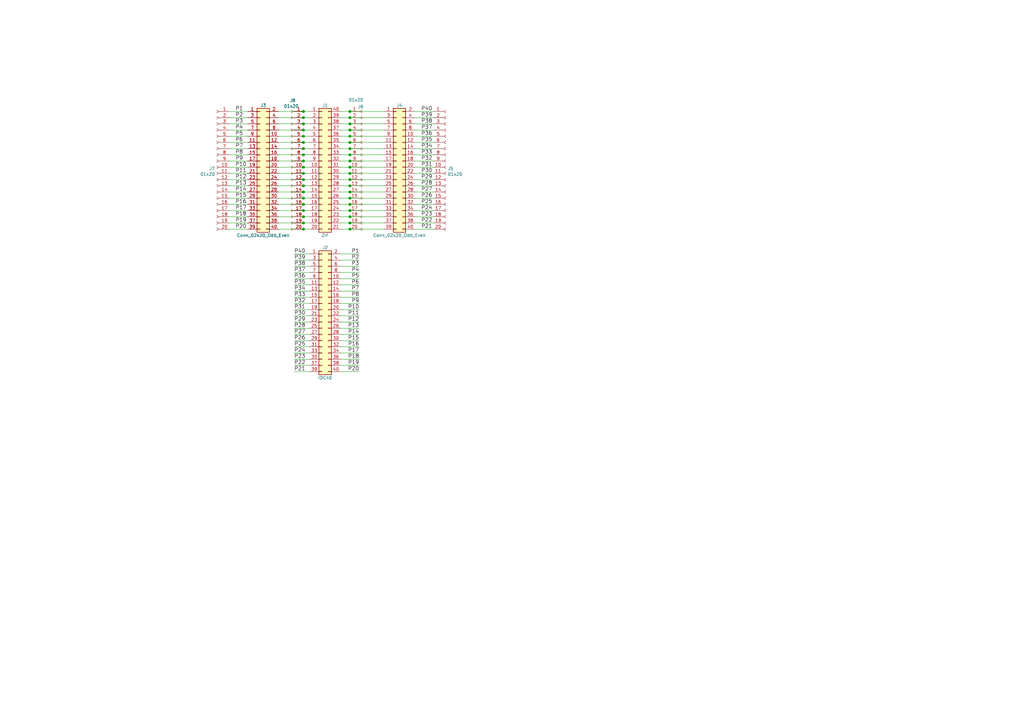
<source format=kicad_sch>
(kicad_sch (version 20210621) (generator eeschema)
  (paper "A3")
  (title_block (title "Dipext_sock") (date "2021-08-28") (rev "R3"))
  (lib_symbols
    (symbol "Connector:Conn_01x20_Female" (pin_names (offset 1.016) hide)
      (property "Reference" "J" (at 0 25.4 0))
      (property "Value" "Conn_01x20_Female" (at 0 -27.94 0))
      (symbol "Conn_01x20_Female_1_1"
        (arc (start 0 -24.892) (end 0 -25.908) (radius (at 0 -25.4) (length 0.508) (angles 90.1 -90.1)) (stroke (width 0.1524)))
        (arc (start 0 -22.352) (end 0 -23.368) (radius (at 0 -22.86) (length 0.508) (angles 90.1 -90.1)) (stroke (width 0.1524)))
        (arc (start 0 -19.812) (end 0 -20.828) (radius (at 0 -20.32) (length 0.508) (angles 90.1 -90.1)) (stroke (width 0.1524)))
        (arc (start 0 -17.272) (end 0 -18.288) (radius (at 0 -17.78) (length 0.508) (angles 90.1 -90.1)) (stroke (width 0.1524)))
        (arc (start 0 -14.732) (end 0 -15.748) (radius (at 0 -15.24) (length 0.508) (angles 90.1 -90.1)) (stroke (width 0.1524)))
        (arc (start 0 -12.192) (end 0 -13.208) (radius (at 0 -12.7) (length 0.508) (angles 90.1 -90.1)) (stroke (width 0.1524)))
        (arc (start 0 -9.652) (end 0 -10.668) (radius (at 0 -10.16) (length 0.508) (angles 90.1 -90.1)) (stroke (width 0.1524)))
        (arc (start 0 -7.112) (end 0 -8.128) (radius (at 0 -7.62) (length 0.508) (angles 90.1 -90.1)) (stroke (width 0.1524)))
        (arc (start 0 -4.572) (end 0 -5.588) (radius (at 0 -5.08) (length 0.508) (angles 90.1 -90.1)) (stroke (width 0.1524)))
        (arc (start 0 -2.032) (end 0 -3.048) (radius (at 0 -2.54) (length 0.508) (angles 90.1 -90.1)) (stroke (width 0.1524)))
        (arc (start 0 0.508) (end 0 -0.508) (radius (at 0 0) (length 0.508) (angles 90.1 -90.1)) (stroke (width 0.1524)))
        (arc (start 0 3.048) (end 0 2.032) (radius (at 0 2.54) (length 0.508) (angles 90.1 -90.1)) (stroke (width 0.1524)))
        (arc (start 0 5.588) (end 0 4.572) (radius (at 0 5.08) (length 0.508) (angles 90.1 -90.1)) (stroke (width 0.1524)))
        (arc (start 0 8.128) (end 0 7.112) (radius (at 0 7.62) (length 0.508) (angles 90.1 -90.1)) (stroke (width 0.1524)))
        (arc (start 0 10.668) (end 0 9.652) (radius (at 0 10.16) (length 0.508) (angles 90.1 -90.1)) (stroke (width 0.1524)))
        (arc (start 0 13.208) (end 0 12.192) (radius (at 0 12.7) (length 0.508) (angles 90.1 -90.1)) (stroke (width 0.1524)))
        (arc (start 0 15.748) (end 0 14.732) (radius (at 0 15.24) (length 0.508) (angles 90.1 -90.1)) (stroke (width 0.1524)))
        (arc (start 0 18.288) (end 0 17.272) (radius (at 0 17.78) (length 0.508) (angles 90.1 -90.1)) (stroke (width 0.1524)))
        (arc (start 0 20.828) (end 0 19.812) (radius (at 0 20.32) (length 0.508) (angles 90.1 -90.1)) (stroke (width 0.1524)))
        (arc (start 0 23.368) (end 0 22.352) (radius (at 0 22.86) (length 0.508) (angles 90.1 -90.1)) (stroke (width 0.1524)))
        (polyline (pts (xy -1.27 -25.4) (xy -0.508 -25.4)) (stroke (width 0.1524)))
        (polyline (pts (xy -1.27 -22.86) (xy -0.508 -22.86)) (stroke (width 0.1524)))
        (polyline (pts (xy -1.27 -20.32) (xy -0.508 -20.32)) (stroke (width 0.1524)))
        (polyline (pts (xy -1.27 -17.78) (xy -0.508 -17.78)) (stroke (width 0.1524)))
        (polyline (pts (xy -1.27 -15.24) (xy -0.508 -15.24)) (stroke (width 0.1524)))
        (polyline (pts (xy -1.27 -12.7) (xy -0.508 -12.7)) (stroke (width 0.1524)))
        (polyline (pts (xy -1.27 -10.16) (xy -0.508 -10.16)) (stroke (width 0.1524)))
        (polyline (pts (xy -1.27 -7.62) (xy -0.508 -7.62)) (stroke (width 0.1524)))
        (polyline (pts (xy -1.27 -5.08) (xy -0.508 -5.08)) (stroke (width 0.1524)))
        (polyline (pts (xy -1.27 -2.54) (xy -0.508 -2.54)) (stroke (width 0.1524)))
        (polyline (pts (xy -1.27 0) (xy -0.508 0)) (stroke (width 0.1524)))
        (polyline (pts (xy -1.27 2.54) (xy -0.508 2.54)) (stroke (width 0.1524)))
        (polyline (pts (xy -1.27 5.08) (xy -0.508 5.08)) (stroke (width 0.1524)))
        (polyline (pts (xy -1.27 7.62) (xy -0.508 7.62)) (stroke (width 0.1524)))
        (polyline (pts (xy -1.27 10.16) (xy -0.508 10.16)) (stroke (width 0.1524)))
        (polyline (pts (xy -1.27 12.7) (xy -0.508 12.7)) (stroke (width 0.1524)))
        (polyline (pts (xy -1.27 15.24) (xy -0.508 15.24)) (stroke (width 0.1524)))
        (polyline (pts (xy -1.27 17.78) (xy -0.508 17.78)) (stroke (width 0.1524)))
        (polyline (pts (xy -1.27 20.32) (xy -0.508 20.32)) (stroke (width 0.1524)))
        (polyline (pts (xy -1.27 22.86) (xy -0.508 22.86)) (stroke (width 0.1524)))
        (pin passive line (at -5.08 22.86 0) (length 3.81) (name "Pin_1") (number "1"))
        (pin passive line (at -5.08 0 0) (length 3.81) (name "Pin_10") (number "10"))
        (pin passive line (at -5.08 -2.54 0) (length 3.81) (name "Pin_11") (number "11"))
        (pin passive line (at -5.08 -5.08 0) (length 3.81) (name "Pin_12") (number "12"))
        (pin passive line (at -5.08 -7.62 0) (length 3.81) (name "Pin_13") (number "13"))
        (pin passive line (at -5.08 -10.16 0) (length 3.81) (name "Pin_14") (number "14"))
        (pin passive line (at -5.08 -12.7 0) (length 3.81) (name "Pin_15") (number "15"))
        (pin passive line (at -5.08 -15.24 0) (length 3.81) (name "Pin_16") (number "16"))
        (pin passive line (at -5.08 -17.78 0) (length 3.81) (name "Pin_17") (number "17"))
        (pin passive line (at -5.08 -20.32 0) (length 3.81) (name "Pin_18") (number "18"))
        (pin passive line (at -5.08 -22.86 0) (length 3.81) (name "Pin_19") (number "19"))
        (pin passive line (at -5.08 20.32 0) (length 3.81) (name "Pin_2") (number "2"))
        (pin passive line (at -5.08 -25.4 0) (length 3.81) (name "Pin_20") (number "20"))
        (pin passive line (at -5.08 17.78 0) (length 3.81) (name "Pin_3") (number "3"))
        (pin passive line (at -5.08 15.24 0) (length 3.81) (name "Pin_4") (number "4"))
        (pin passive line (at -5.08 12.7 0) (length 3.81) (name "Pin_5") (number "5"))
        (pin passive line (at -5.08 10.16 0) (length 3.81) (name "Pin_6") (number "6"))
        (pin passive line (at -5.08 7.62 0) (length 3.81) (name "Pin_7") (number "7"))
        (pin passive line (at -5.08 5.08 0) (length 3.81) (name "Pin_8") (number "8"))
        (pin passive line (at -5.08 2.54 0) (length 3.81) (name "Pin_9") (number "9"))
      )
    )
    (symbol "dipext-pin_r4-rescue:Conn_02x20_Counter_Clockwise" (pin_names (offset 1.016) hide)
      (property "Reference" "J" (at 1.27 25.4 0))
      (property "Value" "Conn_02x20_Counter_Clockwise" (at 1.27 -27.94 0))
      (symbol "Conn_02x20_Counter_Clockwise_1_1"
        (rectangle (start -1.27 -25.273) (end 0 -25.527) (stroke (width 0.1524)))
        (rectangle (start -1.27 -22.733) (end 0 -22.987) (stroke (width 0.1524)))
        (rectangle (start -1.27 -20.193) (end 0 -20.447) (stroke (width 0.1524)))
        (rectangle (start -1.27 -17.653) (end 0 -17.907) (stroke (width 0.1524)))
        (rectangle (start -1.27 -15.113) (end 0 -15.367) (stroke (width 0.1524)))
        (rectangle (start -1.27 -12.573) (end 0 -12.827) (stroke (width 0.1524)))
        (rectangle (start -1.27 -10.033) (end 0 -10.287) (stroke (width 0.1524)))
        (rectangle (start -1.27 -7.493) (end 0 -7.747) (stroke (width 0.1524)))
        (rectangle (start -1.27 -4.953) (end 0 -5.207) (stroke (width 0.1524)))
        (rectangle (start -1.27 -2.413) (end 0 -2.667) (stroke (width 0.1524)))
        (rectangle (start -1.27 0.127) (end 0 -0.127) (stroke (width 0.1524)))
        (rectangle (start -1.27 2.667) (end 0 2.413) (stroke (width 0.1524)))
        (rectangle (start -1.27 5.207) (end 0 4.953) (stroke (width 0.1524)))
        (rectangle (start -1.27 7.747) (end 0 7.493) (stroke (width 0.1524)))
        (rectangle (start -1.27 10.287) (end 0 10.033) (stroke (width 0.1524)))
        (rectangle (start -1.27 12.827) (end 0 12.573) (stroke (width 0.1524)))
        (rectangle (start -1.27 15.367) (end 0 15.113) (stroke (width 0.1524)))
        (rectangle (start -1.27 17.907) (end 0 17.653) (stroke (width 0.1524)))
        (rectangle (start -1.27 20.447) (end 0 20.193) (stroke (width 0.1524)))
        (rectangle (start -1.27 22.987) (end 0 22.733) (stroke (width 0.1524)))
        (rectangle (start 3.81 -25.273) (end 2.54 -25.527) (stroke (width 0.1524)))
        (rectangle (start 3.81 -22.733) (end 2.54 -22.987) (stroke (width 0.1524)))
        (rectangle (start 3.81 -20.193) (end 2.54 -20.447) (stroke (width 0.1524)))
        (rectangle (start 3.81 -17.653) (end 2.54 -17.907) (stroke (width 0.1524)))
        (rectangle (start 3.81 -15.113) (end 2.54 -15.367) (stroke (width 0.1524)))
        (rectangle (start 3.81 -12.573) (end 2.54 -12.827) (stroke (width 0.1524)))
        (rectangle (start 3.81 -10.033) (end 2.54 -10.287) (stroke (width 0.1524)))
        (rectangle (start 3.81 -7.493) (end 2.54 -7.747) (stroke (width 0.1524)))
        (rectangle (start 3.81 -4.953) (end 2.54 -5.207) (stroke (width 0.1524)))
        (rectangle (start 3.81 -2.413) (end 2.54 -2.667) (stroke (width 0.1524)))
        (rectangle (start 3.81 0.127) (end 2.54 -0.127) (stroke (width 0.1524)))
        (rectangle (start 3.81 2.667) (end 2.54 2.413) (stroke (width 0.1524)))
        (rectangle (start 3.81 5.207) (end 2.54 4.953) (stroke (width 0.1524)))
        (rectangle (start 3.81 7.747) (end 2.54 7.493) (stroke (width 0.1524)))
        (rectangle (start 3.81 10.287) (end 2.54 10.033) (stroke (width 0.1524)))
        (rectangle (start 3.81 12.827) (end 2.54 12.573) (stroke (width 0.1524)))
        (rectangle (start 3.81 15.367) (end 2.54 15.113) (stroke (width 0.1524)))
        (rectangle (start 3.81 17.907) (end 2.54 17.653) (stroke (width 0.1524)))
        (rectangle (start 3.81 20.447) (end 2.54 20.193) (stroke (width 0.1524)))
        (rectangle (start 3.81 22.987) (end 2.54 22.733) (stroke (width 0.1524)))
        (rectangle (start -1.27 24.13) (end 3.81 -26.67) (stroke (width 0.254)) (fill (type background)))
        (pin passive line (at -5.08 22.86 0) (length 3.81) (name "Pin_1") (number "1"))
        (pin passive line (at -5.08 0 0) (length 3.81) (name "Pin_10") (number "10"))
        (pin passive line (at -5.08 -2.54 0) (length 3.81) (name "Pin_11") (number "11"))
        (pin passive line (at -5.08 -5.08 0) (length 3.81) (name "Pin_12") (number "12"))
        (pin passive line (at -5.08 -7.62 0) (length 3.81) (name "Pin_13") (number "13"))
        (pin passive line (at -5.08 -10.16 0) (length 3.81) (name "Pin_14") (number "14"))
        (pin passive line (at -5.08 -12.7 0) (length 3.81) (name "Pin_15") (number "15"))
        (pin passive line (at -5.08 -15.24 0) (length 3.81) (name "Pin_16") (number "16"))
        (pin passive line (at -5.08 -17.78 0) (length 3.81) (name "Pin_17") (number "17"))
        (pin passive line (at -5.08 -20.32 0) (length 3.81) (name "Pin_18") (number "18"))
        (pin passive line (at -5.08 -22.86 0) (length 3.81) (name "Pin_19") (number "19"))
        (pin passive line (at -5.08 20.32 0) (length 3.81) (name "Pin_2") (number "2"))
        (pin passive line (at -5.08 -25.4 0) (length 3.81) (name "Pin_20") (number "20"))
        (pin passive line (at 7.62 -25.4 180) (length 3.81) (name "Pin_21") (number "21"))
        (pin passive line (at 7.62 -22.86 180) (length 3.81) (name "Pin_22") (number "22"))
        (pin passive line (at 7.62 -20.32 180) (length 3.81) (name "Pin_23") (number "23"))
        (pin passive line (at 7.62 -17.78 180) (length 3.81) (name "Pin_24") (number "24"))
        (pin passive line (at 7.62 -15.24 180) (length 3.81) (name "Pin_25") (number "25"))
        (pin passive line (at 7.62 -12.7 180) (length 3.81) (name "Pin_26") (number "26"))
        (pin passive line (at 7.62 -10.16 180) (length 3.81) (name "Pin_27") (number "27"))
        (pin passive line (at 7.62 -7.62 180) (length 3.81) (name "Pin_28") (number "28"))
        (pin passive line (at 7.62 -5.08 180) (length 3.81) (name "Pin_29") (number "29"))
        (pin passive line (at -5.08 17.78 0) (length 3.81) (name "Pin_3") (number "3"))
        (pin passive line (at 7.62 -2.54 180) (length 3.81) (name "Pin_30") (number "30"))
        (pin passive line (at 7.62 0 180) (length 3.81) (name "Pin_31") (number "31"))
        (pin passive line (at 7.62 2.54 180) (length 3.81) (name "Pin_32") (number "32"))
        (pin passive line (at 7.62 5.08 180) (length 3.81) (name "Pin_33") (number "33"))
        (pin passive line (at 7.62 7.62 180) (length 3.81) (name "Pin_34") (number "34"))
        (pin passive line (at 7.62 10.16 180) (length 3.81) (name "Pin_35") (number "35"))
        (pin passive line (at 7.62 12.7 180) (length 3.81) (name "Pin_36") (number "36"))
        (pin passive line (at 7.62 15.24 180) (length 3.81) (name "Pin_37") (number "37"))
        (pin passive line (at 7.62 17.78 180) (length 3.81) (name "Pin_38") (number "38"))
        (pin passive line (at 7.62 20.32 180) (length 3.81) (name "Pin_39") (number "39"))
        (pin passive line (at -5.08 15.24 0) (length 3.81) (name "Pin_4") (number "4"))
        (pin passive line (at 7.62 22.86 180) (length 3.81) (name "Pin_40") (number "40"))
        (pin passive line (at -5.08 12.7 0) (length 3.81) (name "Pin_5") (number "5"))
        (pin passive line (at -5.08 10.16 0) (length 3.81) (name "Pin_6") (number "6"))
        (pin passive line (at -5.08 7.62 0) (length 3.81) (name "Pin_7") (number "7"))
        (pin passive line (at -5.08 5.08 0) (length 3.81) (name "Pin_8") (number "8"))
        (pin passive line (at -5.08 2.54 0) (length 3.81) (name "Pin_9") (number "9"))
      )
    )
    (symbol "dipext-pin_r4-rescue:Conn_02x20_Odd_Even" (pin_names (offset 1.016) hide)
      (property "Reference" "J" (at 1.27 25.4 0))
      (property "Value" "Conn_02x20_Odd_Even" (at 1.27 -27.94 0))
      (symbol "Conn_02x20_Odd_Even_1_1"
        (rectangle (start -1.27 -25.273) (end 0 -25.527) (stroke (width 0.1524)))
        (rectangle (start -1.27 -22.733) (end 0 -22.987) (stroke (width 0.1524)))
        (rectangle (start -1.27 -20.193) (end 0 -20.447) (stroke (width 0.1524)))
        (rectangle (start -1.27 -17.653) (end 0 -17.907) (stroke (width 0.1524)))
        (rectangle (start -1.27 -15.113) (end 0 -15.367) (stroke (width 0.1524)))
        (rectangle (start -1.27 -12.573) (end 0 -12.827) (stroke (width 0.1524)))
        (rectangle (start -1.27 -10.033) (end 0 -10.287) (stroke (width 0.1524)))
        (rectangle (start -1.27 -7.493) (end 0 -7.747) (stroke (width 0.1524)))
        (rectangle (start -1.27 -4.953) (end 0 -5.207) (stroke (width 0.1524)))
        (rectangle (start -1.27 -2.413) (end 0 -2.667) (stroke (width 0.1524)))
        (rectangle (start -1.27 0.127) (end 0 -0.127) (stroke (width 0.1524)))
        (rectangle (start -1.27 2.667) (end 0 2.413) (stroke (width 0.1524)))
        (rectangle (start -1.27 5.207) (end 0 4.953) (stroke (width 0.1524)))
        (rectangle (start -1.27 7.747) (end 0 7.493) (stroke (width 0.1524)))
        (rectangle (start -1.27 10.287) (end 0 10.033) (stroke (width 0.1524)))
        (rectangle (start -1.27 12.827) (end 0 12.573) (stroke (width 0.1524)))
        (rectangle (start -1.27 15.367) (end 0 15.113) (stroke (width 0.1524)))
        (rectangle (start -1.27 17.907) (end 0 17.653) (stroke (width 0.1524)))
        (rectangle (start -1.27 20.447) (end 0 20.193) (stroke (width 0.1524)))
        (rectangle (start -1.27 22.987) (end 0 22.733) (stroke (width 0.1524)))
        (rectangle (start 3.81 -25.273) (end 2.54 -25.527) (stroke (width 0.1524)))
        (rectangle (start 3.81 -22.733) (end 2.54 -22.987) (stroke (width 0.1524)))
        (rectangle (start 3.81 -20.193) (end 2.54 -20.447) (stroke (width 0.1524)))
        (rectangle (start 3.81 -17.653) (end 2.54 -17.907) (stroke (width 0.1524)))
        (rectangle (start 3.81 -15.113) (end 2.54 -15.367) (stroke (width 0.1524)))
        (rectangle (start 3.81 -12.573) (end 2.54 -12.827) (stroke (width 0.1524)))
        (rectangle (start 3.81 -10.033) (end 2.54 -10.287) (stroke (width 0.1524)))
        (rectangle (start 3.81 -7.493) (end 2.54 -7.747) (stroke (width 0.1524)))
        (rectangle (start 3.81 -4.953) (end 2.54 -5.207) (stroke (width 0.1524)))
        (rectangle (start 3.81 -2.413) (end 2.54 -2.667) (stroke (width 0.1524)))
        (rectangle (start 3.81 0.127) (end 2.54 -0.127) (stroke (width 0.1524)))
        (rectangle (start 3.81 2.667) (end 2.54 2.413) (stroke (width 0.1524)))
        (rectangle (start 3.81 5.207) (end 2.54 4.953) (stroke (width 0.1524)))
        (rectangle (start 3.81 7.747) (end 2.54 7.493) (stroke (width 0.1524)))
        (rectangle (start 3.81 10.287) (end 2.54 10.033) (stroke (width 0.1524)))
        (rectangle (start 3.81 12.827) (end 2.54 12.573) (stroke (width 0.1524)))
        (rectangle (start 3.81 15.367) (end 2.54 15.113) (stroke (width 0.1524)))
        (rectangle (start 3.81 17.907) (end 2.54 17.653) (stroke (width 0.1524)))
        (rectangle (start 3.81 20.447) (end 2.54 20.193) (stroke (width 0.1524)))
        (rectangle (start 3.81 22.987) (end 2.54 22.733) (stroke (width 0.1524)))
        (rectangle (start -1.27 24.13) (end 3.81 -26.67) (stroke (width 0.254)) (fill (type background)))
        (pin passive line (at -5.08 22.86 0) (length 3.81) (name "Pin_1") (number "1"))
        (pin passive line (at 7.62 12.7 180) (length 3.81) (name "Pin_10") (number "10"))
        (pin passive line (at -5.08 10.16 0) (length 3.81) (name "Pin_11") (number "11"))
        (pin passive line (at 7.62 10.16 180) (length 3.81) (name "Pin_12") (number "12"))
        (pin passive line (at -5.08 7.62 0) (length 3.81) (name "Pin_13") (number "13"))
        (pin passive line (at 7.62 7.62 180) (length 3.81) (name "Pin_14") (number "14"))
        (pin passive line (at -5.08 5.08 0) (length 3.81) (name "Pin_15") (number "15"))
        (pin passive line (at 7.62 5.08 180) (length 3.81) (name "Pin_16") (number "16"))
        (pin passive line (at -5.08 2.54 0) (length 3.81) (name "Pin_17") (number "17"))
        (pin passive line (at 7.62 2.54 180) (length 3.81) (name "Pin_18") (number "18"))
        (pin passive line (at -5.08 0 0) (length 3.81) (name "Pin_19") (number "19"))
        (pin passive line (at 7.62 22.86 180) (length 3.81) (name "Pin_2") (number "2"))
        (pin passive line (at 7.62 0 180) (length 3.81) (name "Pin_20") (number "20"))
        (pin passive line (at -5.08 -2.54 0) (length 3.81) (name "Pin_21") (number "21"))
        (pin passive line (at 7.62 -2.54 180) (length 3.81) (name "Pin_22") (number "22"))
        (pin passive line (at -5.08 -5.08 0) (length 3.81) (name "Pin_23") (number "23"))
        (pin passive line (at 7.62 -5.08 180) (length 3.81) (name "Pin_24") (number "24"))
        (pin passive line (at -5.08 -7.62 0) (length 3.81) (name "Pin_25") (number "25"))
        (pin passive line (at 7.62 -7.62 180) (length 3.81) (name "Pin_26") (number "26"))
        (pin passive line (at -5.08 -10.16 0) (length 3.81) (name "Pin_27") (number "27"))
        (pin passive line (at 7.62 -10.16 180) (length 3.81) (name "Pin_28") (number "28"))
        (pin passive line (at -5.08 -12.7 0) (length 3.81) (name "Pin_29") (number "29"))
        (pin passive line (at -5.08 20.32 0) (length 3.81) (name "Pin_3") (number "3"))
        (pin passive line (at 7.62 -12.7 180) (length 3.81) (name "Pin_30") (number "30"))
        (pin passive line (at -5.08 -15.24 0) (length 3.81) (name "Pin_31") (number "31"))
        (pin passive line (at 7.62 -15.24 180) (length 3.81) (name "Pin_32") (number "32"))
        (pin passive line (at -5.08 -17.78 0) (length 3.81) (name "Pin_33") (number "33"))
        (pin passive line (at 7.62 -17.78 180) (length 3.81) (name "Pin_34") (number "34"))
        (pin passive line (at -5.08 -20.32 0) (length 3.81) (name "Pin_35") (number "35"))
        (pin passive line (at 7.62 -20.32 180) (length 3.81) (name "Pin_36") (number "36"))
        (pin passive line (at -5.08 -22.86 0) (length 3.81) (name "Pin_37") (number "37"))
        (pin passive line (at 7.62 -22.86 180) (length 3.81) (name "Pin_38") (number "38"))
        (pin passive line (at -5.08 -25.4 0) (length 3.81) (name "Pin_39") (number "39"))
        (pin passive line (at 7.62 20.32 180) (length 3.81) (name "Pin_4") (number "4"))
        (pin passive line (at 7.62 -25.4 180) (length 3.81) (name "Pin_40") (number "40"))
        (pin passive line (at -5.08 17.78 0) (length 3.81) (name "Pin_5") (number "5"))
        (pin passive line (at 7.62 17.78 180) (length 3.81) (name "Pin_6") (number "6"))
        (pin passive line (at -5.08 15.24 0) (length 3.81) (name "Pin_7") (number "7"))
        (pin passive line (at 7.62 15.24 180) (length 3.81) (name "Pin_8") (number "8"))
        (pin passive line (at -5.08 12.7 0) (length 3.81) (name "Pin_9") (number "9"))
      )
    )
  )
  (junction (at 124.46 45.72) (diameter 1.016))
  (junction (at 124.46 48.26) (diameter 1.016))
  (junction (at 124.46 50.8) (diameter 1.016))
  (junction (at 124.46 53.34) (diameter 1.016))
  (junction (at 124.46 55.88) (diameter 1.016))
  (junction (at 124.46 58.42) (diameter 1.016))
  (junction (at 124.46 60.96) (diameter 1.016))
  (junction (at 124.46 63.5) (diameter 1.016))
  (junction (at 124.46 66.04) (diameter 1.016))
  (junction (at 124.46 68.58) (diameter 1.016))
  (junction (at 124.46 71.12) (diameter 1.016))
  (junction (at 124.46 73.66) (diameter 1.016))
  (junction (at 124.46 76.2) (diameter 1.016))
  (junction (at 124.46 78.74) (diameter 1.016))
  (junction (at 124.46 81.28) (diameter 1.016))
  (junction (at 124.46 83.82) (diameter 1.016))
  (junction (at 124.46 86.36) (diameter 1.016))
  (junction (at 124.46 88.9) (diameter 1.016))
  (junction (at 124.46 91.44) (diameter 1.016))
  (junction (at 124.46 93.98) (diameter 1.016))
  (junction (at 143.51 45.72) (diameter 1.016))
  (junction (at 143.51 48.26) (diameter 1.016))
  (junction (at 143.51 50.8) (diameter 1.016))
  (junction (at 143.51 53.34) (diameter 1.016))
  (junction (at 143.51 55.88) (diameter 1.016))
  (junction (at 143.51 58.42) (diameter 1.016))
  (junction (at 143.51 60.96) (diameter 1.016))
  (junction (at 143.51 63.5) (diameter 1.016))
  (junction (at 143.51 66.04) (diameter 1.016))
  (junction (at 143.51 68.58) (diameter 1.016))
  (junction (at 143.51 71.12) (diameter 1.016))
  (junction (at 143.51 73.66) (diameter 1.016))
  (junction (at 143.51 76.2) (diameter 1.016))
  (junction (at 143.51 78.74) (diameter 1.016))
  (junction (at 143.51 81.28) (diameter 1.016))
  (junction (at 143.51 83.82) (diameter 1.016))
  (junction (at 143.51 86.36) (diameter 1.016))
  (junction (at 143.51 88.9) (diameter 1.016))
  (junction (at 143.51 91.44) (diameter 1.016))
  (junction (at 143.51 93.98) (diameter 1.016))
  (wire (pts (xy 93.98 45.72) (xy 101.6 45.72)))
  (wire (pts (xy 93.98 48.26) (xy 101.6 48.26)))
  (wire (pts (xy 93.98 50.8) (xy 101.6 50.8)))
  (wire (pts (xy 93.98 53.34) (xy 101.6 53.34)))
  (wire (pts (xy 93.98 55.88) (xy 101.6 55.88)))
  (wire (pts (xy 93.98 58.42) (xy 101.6 58.42)))
  (wire (pts (xy 93.98 60.96) (xy 101.6 60.96)))
  (wire (pts (xy 93.98 63.5) (xy 101.6 63.5)))
  (wire (pts (xy 93.98 66.04) (xy 101.6 66.04)))
  (wire (pts (xy 93.98 68.58) (xy 101.6 68.58)))
  (wire (pts (xy 93.98 71.12) (xy 101.6 71.12)))
  (wire (pts (xy 93.98 73.66) (xy 101.6 73.66)))
  (wire (pts (xy 93.98 76.2) (xy 101.6 76.2)))
  (wire (pts (xy 93.98 78.74) (xy 101.6 78.74)))
  (wire (pts (xy 93.98 81.28) (xy 101.6 81.28)))
  (wire (pts (xy 93.98 83.82) (xy 101.6 83.82)))
  (wire (pts (xy 93.98 86.36) (xy 101.6 86.36)))
  (wire (pts (xy 93.98 88.9) (xy 101.6 88.9)))
  (wire (pts (xy 93.98 91.44) (xy 101.6 91.44)))
  (wire (pts (xy 93.98 93.98) (xy 101.6 93.98)))
  (wire (pts (xy 114.3 45.72) (xy 124.46 45.72)))
  (wire (pts (xy 114.3 48.26) (xy 124.46 48.26)))
  (wire (pts (xy 114.3 50.8) (xy 124.46 50.8)))
  (wire (pts (xy 114.3 53.34) (xy 124.46 53.34)))
  (wire (pts (xy 114.3 55.88) (xy 124.46 55.88)))
  (wire (pts (xy 114.3 58.42) (xy 124.46 58.42)))
  (wire (pts (xy 114.3 60.96) (xy 124.46 60.96)))
  (wire (pts (xy 114.3 63.5) (xy 124.46 63.5)))
  (wire (pts (xy 114.3 66.04) (xy 124.46 66.04)))
  (wire (pts (xy 114.3 68.58) (xy 124.46 68.58)))
  (wire (pts (xy 114.3 71.12) (xy 124.46 71.12)))
  (wire (pts (xy 114.3 73.66) (xy 124.46 73.66)))
  (wire (pts (xy 114.3 76.2) (xy 124.46 76.2)))
  (wire (pts (xy 114.3 78.74) (xy 124.46 78.74)))
  (wire (pts (xy 114.3 81.28) (xy 124.46 81.28)))
  (wire (pts (xy 114.3 83.82) (xy 124.46 83.82)))
  (wire (pts (xy 114.3 86.36) (xy 124.46 86.36)))
  (wire (pts (xy 114.3 88.9) (xy 124.46 88.9)))
  (wire (pts (xy 114.3 91.44) (xy 124.46 91.44)))
  (wire (pts (xy 114.3 93.98) (xy 124.46 93.98)))
  (wire (pts (xy 120.65 104.14) (xy 127 104.14)))
  (wire (pts (xy 120.65 106.68) (xy 127 106.68)))
  (wire (pts (xy 120.65 109.22) (xy 127 109.22)))
  (wire (pts (xy 120.65 111.76) (xy 127 111.76)))
  (wire (pts (xy 120.65 114.3) (xy 127 114.3)))
  (wire (pts (xy 120.65 116.84) (xy 127 116.84)))
  (wire (pts (xy 120.65 119.38) (xy 127 119.38)))
  (wire (pts (xy 120.65 121.92) (xy 127 121.92)))
  (wire (pts (xy 120.65 124.46) (xy 127 124.46)))
  (wire (pts (xy 120.65 127) (xy 127 127)))
  (wire (pts (xy 120.65 129.54) (xy 127 129.54)))
  (wire (pts (xy 120.65 132.08) (xy 127 132.08)))
  (wire (pts (xy 120.65 134.62) (xy 127 134.62)))
  (wire (pts (xy 120.65 137.16) (xy 127 137.16)))
  (wire (pts (xy 120.65 139.7) (xy 127 139.7)))
  (wire (pts (xy 120.65 142.24) (xy 127 142.24)))
  (wire (pts (xy 120.65 144.78) (xy 127 144.78)))
  (wire (pts (xy 120.65 147.32) (xy 127 147.32)))
  (wire (pts (xy 120.65 149.86) (xy 127 149.86)))
  (wire (pts (xy 120.65 152.4) (xy 127 152.4)))
  (wire (pts (xy 124.46 45.72) (xy 127 45.72)))
  (wire (pts (xy 124.46 48.26) (xy 127 48.26)))
  (wire (pts (xy 124.46 50.8) (xy 127 50.8)))
  (wire (pts (xy 124.46 53.34) (xy 127 53.34)))
  (wire (pts (xy 124.46 55.88) (xy 127 55.88)))
  (wire (pts (xy 124.46 58.42) (xy 127 58.42)))
  (wire (pts (xy 124.46 60.96) (xy 127 60.96)))
  (wire (pts (xy 124.46 63.5) (xy 127 63.5)))
  (wire (pts (xy 124.46 66.04) (xy 127 66.04)))
  (wire (pts (xy 124.46 68.58) (xy 127 68.58)))
  (wire (pts (xy 124.46 71.12) (xy 127 71.12)))
  (wire (pts (xy 124.46 73.66) (xy 127 73.66)))
  (wire (pts (xy 124.46 76.2) (xy 127 76.2)))
  (wire (pts (xy 124.46 78.74) (xy 127 78.74)))
  (wire (pts (xy 124.46 81.28) (xy 127 81.28)))
  (wire (pts (xy 124.46 83.82) (xy 127 83.82)))
  (wire (pts (xy 124.46 86.36) (xy 127 86.36)))
  (wire (pts (xy 124.46 88.9) (xy 127 88.9)))
  (wire (pts (xy 124.46 91.44) (xy 127 91.44)))
  (wire (pts (xy 124.46 93.98) (xy 127 93.98)))
  (wire (pts (xy 139.7 45.72) (xy 143.51 45.72)))
  (wire (pts (xy 139.7 48.26) (xy 143.51 48.26)))
  (wire (pts (xy 139.7 50.8) (xy 143.51 50.8)))
  (wire (pts (xy 139.7 53.34) (xy 143.51 53.34)))
  (wire (pts (xy 139.7 55.88) (xy 143.51 55.88)))
  (wire (pts (xy 139.7 58.42) (xy 143.51 58.42)))
  (wire (pts (xy 139.7 60.96) (xy 143.51 60.96)))
  (wire (pts (xy 139.7 63.5) (xy 143.51 63.5)))
  (wire (pts (xy 139.7 66.04) (xy 143.51 66.04)))
  (wire (pts (xy 139.7 68.58) (xy 143.51 68.58)))
  (wire (pts (xy 139.7 71.12) (xy 143.51 71.12)))
  (wire (pts (xy 139.7 73.66) (xy 143.51 73.66)))
  (wire (pts (xy 139.7 76.2) (xy 143.51 76.2)))
  (wire (pts (xy 139.7 78.74) (xy 143.51 78.74)))
  (wire (pts (xy 139.7 81.28) (xy 143.51 81.28)))
  (wire (pts (xy 139.7 83.82) (xy 143.51 83.82)))
  (wire (pts (xy 139.7 86.36) (xy 143.51 86.36)))
  (wire (pts (xy 139.7 88.9) (xy 143.51 88.9)))
  (wire (pts (xy 139.7 91.44) (xy 143.51 91.44)))
  (wire (pts (xy 139.7 93.98) (xy 143.51 93.98)))
  (wire (pts (xy 139.7 104.14) (xy 147.32 104.14)))
  (wire (pts (xy 139.7 106.68) (xy 147.32 106.68)))
  (wire (pts (xy 139.7 109.22) (xy 147.32 109.22)))
  (wire (pts (xy 139.7 111.76) (xy 147.32 111.76)))
  (wire (pts (xy 139.7 114.3) (xy 147.32 114.3)))
  (wire (pts (xy 139.7 116.84) (xy 147.32 116.84)))
  (wire (pts (xy 139.7 119.38) (xy 147.32 119.38)))
  (wire (pts (xy 139.7 121.92) (xy 147.32 121.92)))
  (wire (pts (xy 139.7 124.46) (xy 147.32 124.46)))
  (wire (pts (xy 139.7 127) (xy 147.32 127)))
  (wire (pts (xy 139.7 129.54) (xy 147.32 129.54)))
  (wire (pts (xy 139.7 132.08) (xy 147.32 132.08)))
  (wire (pts (xy 139.7 134.62) (xy 147.32 134.62)))
  (wire (pts (xy 139.7 137.16) (xy 147.32 137.16)))
  (wire (pts (xy 139.7 139.7) (xy 147.32 139.7)))
  (wire (pts (xy 139.7 142.24) (xy 147.32 142.24)))
  (wire (pts (xy 139.7 144.78) (xy 147.32 144.78)))
  (wire (pts (xy 139.7 147.32) (xy 147.32 147.32)))
  (wire (pts (xy 139.7 149.86) (xy 147.32 149.86)))
  (wire (pts (xy 139.7 152.4) (xy 147.32 152.4)))
  (wire (pts (xy 143.51 45.72) (xy 157.48 45.72)))
  (wire (pts (xy 143.51 48.26) (xy 157.48 48.26)))
  (wire (pts (xy 143.51 50.8) (xy 157.48 50.8)))
  (wire (pts (xy 143.51 53.34) (xy 157.48 53.34)))
  (wire (pts (xy 143.51 55.88) (xy 157.48 55.88)))
  (wire (pts (xy 143.51 58.42) (xy 157.48 58.42)))
  (wire (pts (xy 143.51 60.96) (xy 157.48 60.96)))
  (wire (pts (xy 143.51 63.5) (xy 157.48 63.5)))
  (wire (pts (xy 143.51 66.04) (xy 157.48 66.04)))
  (wire (pts (xy 143.51 68.58) (xy 157.48 68.58)))
  (wire (pts (xy 143.51 71.12) (xy 157.48 71.12)))
  (wire (pts (xy 143.51 73.66) (xy 157.48 73.66)))
  (wire (pts (xy 143.51 76.2) (xy 157.48 76.2)))
  (wire (pts (xy 143.51 78.74) (xy 157.48 78.74)))
  (wire (pts (xy 143.51 81.28) (xy 157.48 81.28)))
  (wire (pts (xy 143.51 83.82) (xy 157.48 83.82)))
  (wire (pts (xy 143.51 86.36) (xy 157.48 86.36)))
  (wire (pts (xy 143.51 88.9) (xy 157.48 88.9)))
  (wire (pts (xy 143.51 91.44) (xy 157.48 91.44)))
  (wire (pts (xy 143.51 93.98) (xy 157.48 93.98)))
  (wire (pts (xy 170.18 45.72) (xy 177.8 45.72)))
  (wire (pts (xy 170.18 48.26) (xy 177.8 48.26)))
  (wire (pts (xy 170.18 50.8) (xy 177.8 50.8)))
  (wire (pts (xy 170.18 53.34) (xy 177.8 53.34)))
  (wire (pts (xy 170.18 55.88) (xy 177.8 55.88)))
  (wire (pts (xy 170.18 58.42) (xy 177.8 58.42)))
  (wire (pts (xy 170.18 60.96) (xy 177.8 60.96)))
  (wire (pts (xy 170.18 63.5) (xy 177.8 63.5)))
  (wire (pts (xy 170.18 66.04) (xy 177.8 66.04)))
  (wire (pts (xy 170.18 68.58) (xy 177.8 68.58)))
  (wire (pts (xy 170.18 71.12) (xy 177.8 71.12)))
  (wire (pts (xy 170.18 73.66) (xy 177.8 73.66)))
  (wire (pts (xy 170.18 76.2) (xy 177.8 76.2)))
  (wire (pts (xy 170.18 78.74) (xy 177.8 78.74)))
  (wire (pts (xy 170.18 81.28) (xy 177.8 81.28)))
  (wire (pts (xy 170.18 83.82) (xy 177.8 83.82)))
  (wire (pts (xy 170.18 86.36) (xy 177.8 86.36)))
  (wire (pts (xy 170.18 88.9) (xy 177.8 88.9)))
  (wire (pts (xy 170.18 91.44) (xy 177.8 91.44)))
  (wire (pts (xy 170.18 93.98) (xy 177.8 93.98)))
  (label "P1" (at 96.52 45.72 0) (effects (font (size 1.524 1.524))))
  (label "P2" (at 96.52 48.26 0) (effects (font (size 1.524 1.524))))
  (label "P3" (at 96.52 50.8 0) (effects (font (size 1.524 1.524))))
  (label "P4" (at 96.52 53.34 0) (effects (font (size 1.524 1.524))))
  (label "P5" (at 96.52 55.88 0) (effects (font (size 1.524 1.524))))
  (label "P6" (at 96.52 58.42 0) (effects (font (size 1.524 1.524))))
  (label "P7" (at 96.52 60.96 0) (effects (font (size 1.524 1.524))))
  (label "P8" (at 96.52 63.5 0) (effects (font (size 1.524 1.524))))
  (label "P9" (at 96.52 66.04 0) (effects (font (size 1.524 1.524))))
  (label "P10" (at 96.52 68.58 0) (effects (font (size 1.524 1.524))))
  (label "P11" (at 96.52 71.12 0) (effects (font (size 1.524 1.524))))
  (label "P12" (at 96.52 73.66 0) (effects (font (size 1.524 1.524))))
  (label "P13" (at 96.52 76.2 0) (effects (font (size 1.524 1.524))))
  (label "P14" (at 96.52 78.74 0) (effects (font (size 1.524 1.524))))
  (label "P15" (at 96.52 81.28 0) (effects (font (size 1.524 1.524))))
  (label "P16" (at 96.52 83.82 0) (effects (font (size 1.524 1.524))))
  (label "P17" (at 96.52 86.36 0) (effects (font (size 1.524 1.524))))
  (label "P18" (at 96.52 88.9 0) (effects (font (size 1.524 1.524))))
  (label "P19" (at 96.52 91.44 0) (effects (font (size 1.524 1.524))))
  (label "P20" (at 96.52 93.98 0) (effects (font (size 1.524 1.524))))
  (label "P40" (at 120.65 104.14 0) (effects (font (size 1.524 1.524))))
  (label "P39" (at 120.65 106.68 0) (effects (font (size 1.524 1.524))))
  (label "P38" (at 120.65 109.22 0) (effects (font (size 1.524 1.524))))
  (label "P37" (at 120.65 111.76 0) (effects (font (size 1.524 1.524))))
  (label "P36" (at 120.65 114.3 0) (effects (font (size 1.524 1.524))))
  (label "P35" (at 120.65 116.84 0) (effects (font (size 1.524 1.524))))
  (label "P34" (at 120.65 119.38 0) (effects (font (size 1.524 1.524))))
  (label "P33" (at 120.65 121.92 0) (effects (font (size 1.524 1.524))))
  (label "P32" (at 120.65 124.46 0) (effects (font (size 1.524 1.524))))
  (label "P31" (at 120.65 127 0) (effects (font (size 1.524 1.524))))
  (label "P30" (at 120.65 129.54 0) (effects (font (size 1.524 1.524))))
  (label "P29" (at 120.65 132.08 0) (effects (font (size 1.524 1.524))))
  (label "P28" (at 120.65 134.62 0) (effects (font (size 1.524 1.524))))
  (label "P27" (at 120.65 137.16 0) (effects (font (size 1.524 1.524))))
  (label "P26" (at 120.65 139.7 0) (effects (font (size 1.524 1.524))))
  (label "P25" (at 120.65 142.24 0) (effects (font (size 1.524 1.524))))
  (label "P24" (at 120.65 144.78 0) (effects (font (size 1.524 1.524))))
  (label "P23" (at 120.65 147.32 0) (effects (font (size 1.524 1.524))))
  (label "P22" (at 120.65 149.86 0) (effects (font (size 1.524 1.524))))
  (label "P21" (at 120.65 152.4 0) (effects (font (size 1.524 1.524))))
  (label "P1" (at 147.32 104.14 180) (effects (font (size 1.524 1.524))))
  (label "P2" (at 147.32 106.68 180) (effects (font (size 1.524 1.524))))
  (label "P3" (at 147.32 109.22 180) (effects (font (size 1.524 1.524))))
  (label "P4" (at 147.32 111.76 180) (effects (font (size 1.524 1.524))))
  (label "P5" (at 147.32 114.3 180) (effects (font (size 1.524 1.524))))
  (label "P6" (at 147.32 116.84 180) (effects (font (size 1.524 1.524))))
  (label "P7" (at 147.32 119.38 180) (effects (font (size 1.524 1.524))))
  (label "P8" (at 147.32 121.92 180) (effects (font (size 1.524 1.524))))
  (label "P9" (at 147.32 124.46 180) (effects (font (size 1.524 1.524))))
  (label "P10" (at 147.32 127 180) (effects (font (size 1.524 1.524))))
  (label "P11" (at 147.32 129.54 180) (effects (font (size 1.524 1.524))))
  (label "P12" (at 147.32 132.08 180) (effects (font (size 1.524 1.524))))
  (label "P13" (at 147.32 134.62 180) (effects (font (size 1.524 1.524))))
  (label "P14" (at 147.32 137.16 180) (effects (font (size 1.524 1.524))))
  (label "P15" (at 147.32 139.7 180) (effects (font (size 1.524 1.524))))
  (label "P16" (at 147.32 142.24 180) (effects (font (size 1.524 1.524))))
  (label "P17" (at 147.32 144.78 180) (effects (font (size 1.524 1.524))))
  (label "P18" (at 147.32 147.32 180) (effects (font (size 1.524 1.524))))
  (label "P19" (at 147.32 149.86 180) (effects (font (size 1.524 1.524))))
  (label "P20" (at 147.32 152.4 180) (effects (font (size 1.524 1.524))))
  (label "P40" (at 172.72 45.72 0) (effects (font (size 1.524 1.524))))
  (label "P39" (at 172.72 48.26 0) (effects (font (size 1.524 1.524))))
  (label "P38" (at 172.72 50.8 0) (effects (font (size 1.524 1.524))))
  (label "P37" (at 172.72 53.34 0) (effects (font (size 1.524 1.524))))
  (label "P36" (at 172.72 55.88 0) (effects (font (size 1.524 1.524))))
  (label "P35" (at 172.72 58.42 0) (effects (font (size 1.524 1.524))))
  (label "P34" (at 172.72 60.96 0) (effects (font (size 1.524 1.524))))
  (label "P33" (at 172.72 63.5 0) (effects (font (size 1.524 1.524))))
  (label "P32" (at 172.72 66.04 0) (effects (font (size 1.524 1.524))))
  (label "P31" (at 172.72 68.58 0) (effects (font (size 1.524 1.524))))
  (label "P30" (at 172.72 71.12 0) (effects (font (size 1.524 1.524))))
  (label "P29" (at 172.72 73.66 0) (effects (font (size 1.524 1.524))))
  (label "P28" (at 172.72 76.2 0) (effects (font (size 1.524 1.524))))
  (label "P27" (at 172.72 78.74 0) (effects (font (size 1.524 1.524))))
  (label "P26" (at 172.72 81.28 0) (effects (font (size 1.524 1.524))))
  (label "P25" (at 172.72 83.82 0) (effects (font (size 1.524 1.524))))
  (label "P24" (at 172.72 86.36 0) (effects (font (size 1.524 1.524))))
  (label "P23" (at 172.72 88.9 0) (effects (font (size 1.524 1.524))))
  (label "P22" (at 172.72 91.44 0) (effects (font (size 1.524 1.524))))
  (label "P21" (at 172.72 93.98 0) (effects (font (size 1.524 1.524))))
  (symbol (lib_id "Connector:Conn_01x20_Female") (at 88.9 68.58 0) (mirror y) (unit 1)
    (property "Reference" "J7" (at 88.1887 69.1578 0) (effects (justify left)))
    (property "Value" "01x20" (at 88.189 71.456 0) (effects (justify left)))
    (property "Footprint" "Connector_PinHeader_2.54mm:PinHeader_1x20_P2.54mm_Vertical" (effects hide))
  )
  (symbol (lib_id "Connector:Conn_01x20_Female") (at 119.38 68.58 0) (mirror y) (unit 1)
    (property "Reference" "J8" (at 121.2087 41.2178 0) (effects (justify left)))
    (property "Value" "01x20" (at 122.479 43.516 0) (effects (justify left)))
    (property "Footprint" "Connector_PinHeader_2.54mm:PinHeader_1x20_P2.54mm_Vertical" (effects hide))
  )
  (symbol (lib_id "Connector:Conn_01x20_Female") (at 148.59 68.58 0) (unit 1)
    (property "Reference" "J6" (at 146.7613 43.7578 0) (effects (justify left)))
    (property "Value" "01x20" (at 142.951 40.976 0) (effects (justify left)))
    (property "Footprint" "Connector_PinHeader_2.54mm:PinHeader_1x20_P2.54mm_Vertical" (effects hide))
  )
  (symbol (lib_id "Connector:Conn_01x20_Female") (at 182.88 68.58 0) (unit 1)
    (property "Reference" "J5" (at 183.5913 69.1578 0) (effects (justify left)))
    (property "Value" "01x20" (at 183.591 71.456 0) (effects (justify left)))
    (property "Footprint" "Connector_PinHeader_2.54mm:PinHeader_1x20_P2.54mm_Vertical" (effects hide))
  )
  (symbol (lib_id "dipext-pin_r4-rescue:Conn_02x20_Odd_Even") (at 106.68 68.58 0) (unit 1)
    (property "Reference" "J3" (at 107.95 43.18 0))
    (property "Value" "Conn_02x20_Odd_Even" (at 107.95 96.52 0))
    (property "Footprint" "Pin_Headers:Pin_Header_Straight_2x20_Pitch2.54mm" (effects hide))
  )
  (symbol (lib_id "dipext-pin_r4-rescue:Conn_02x20_Counter_Clockwise") (at 132.08 68.58 0) (unit 1)
    (property "Reference" "J1" (at 133.35 43.18 0))
    (property "Value" "ZIF" (at 133.35 96.52 0))
    (property "Footprint" "lib:aries_40-6554-10_DIP-40_W15.24mm_ZIF" (effects hide))
  )
  (symbol (lib_id "dipext-pin_r4-rescue:Conn_02x20_Odd_Even") (at 132.08 127 0) (unit 1)
    (property "Reference" "J2" (at 133.35 101.6 0))
    (property "Value" "IDC40" (at 133.35 154.94 0))
    (property "Footprint" "Connectors_IDC:IDC-Header_2x20_Pitch2.54mm_Straight" (effects hide))
  )
  (symbol (lib_id "dipext-pin_r4-rescue:Conn_02x20_Odd_Even") (at 162.56 68.58 0) (unit 1)
    (property "Reference" "J4" (at 163.83 43.18 0))
    (property "Value" "Conn_02x20_Odd_Even" (at 163.83 96.52 0))
    (property "Footprint" "Pin_Headers:Pin_Header_Straight_2x20_Pitch2.54mm" (effects hide))
  )
)
</source>
